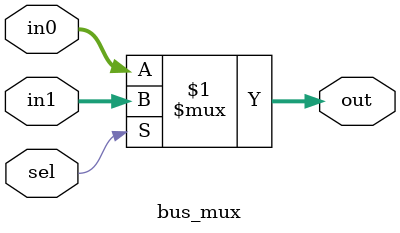
<source format=v>
/*
 * bus_mux
 *
 * Bus multiplexor from two inputs to one output
 */
module bus_mux(
	in0,	// Input bus choice for selection 0
	in1,	// Input bus choice for selection 1
	out,	// Output bus
	sel	// Select line
);

	/*********************/
	/* Module parameters */
	/*********************/
	parameter BUS_WIDTH = 32;

	/*************************/
	/* Declaring input ports */
	/*************************/
	input wire [BUS_WIDTH-1:0] in0;
	input wire [BUS_WIDTH-1:0] in1;
	input wire sel;

	/**************************/
	/* Declaring output ports */
	/**************************/
	output wire [BUS_WIDTH-1:0] out;
	
	/*********************/
	/* Output bus driver */
	/*********************/
	assign out = sel ? in1 : in0;

endmodule
</source>
